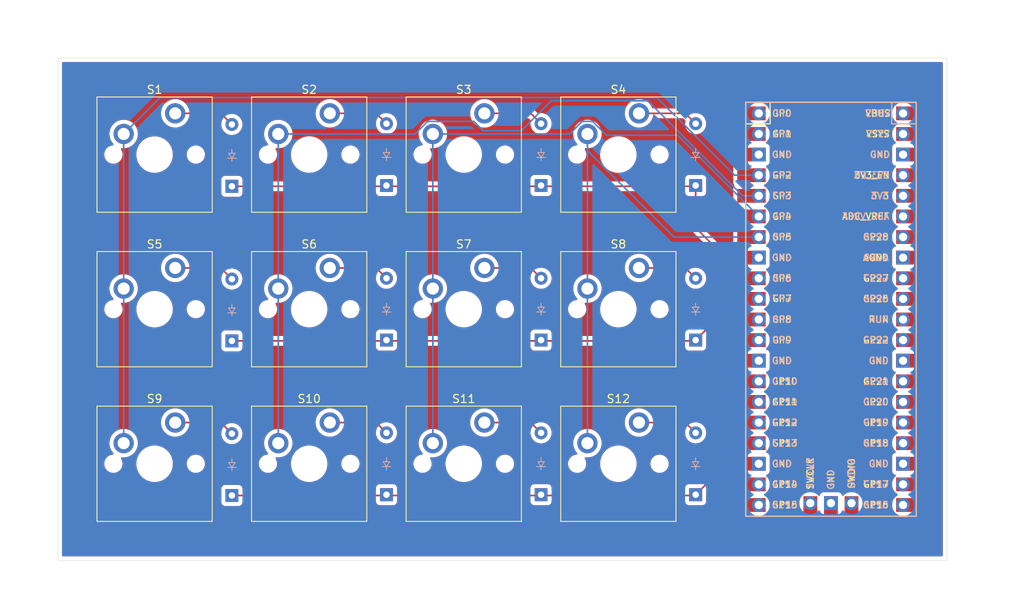
<source format=kicad_pcb>
(kicad_pcb (version 20240108) (generator "pcbnew") (generator_version "8.0")
  (layers (0 "F.Cu" signal) (31 "B.Cu" signal) (34 "B.Paste" user) (35 "F.Paste" user) (36 "B.SilkS" user "B.Silkscreen") (37 "F.SilkS" user "F.Silkscreen") (38 "B.Mask" user) (39 "F.Mask" user) (44 "Edge.Cuts" user))
  (net 0 "")
  (net 1 "Row 0")
  (net 2 "Net-(D1-A)")
  (net 3 "Net-(D2-A)")
  (net 4 "Net-(D3-A)")
  (net 5 "Net-(D4-A)")
  (net 6 "Row 1")
  (net 7 "Net-(D5-A)")
  (net 8 "Net-(D6-A)")
  (net 9 "Net-(D7-A)")
  (net 10 "Row 2")
  (net 11 "Net-(D8-A)")
  (net 12 "Net-(D9-A)")
  (net 13 "Col 0")
  (net 14 "Col 1")
  (net 15 "Col 2")
  (net 16 "Net-(D10-A)")
  (net 17 "Net-(D11-A)")
  (net 18 "Net-(D12-A)")
  (net 19 "Col 3")
  (footprint "ScottoKeebs_MX:MX_PCB_1.00u" (layer "F.Cu") (at 88.03 57)
    (property "Reference" "S1" (at 0 -8 0) (layer "F.SilkS"))
    (property "Value" "Keyswitch")
    (fp_line (start -7.1 -7.1) (end -7.1 7.1) (stroke (width 0.12)) (layer "F.SilkS"))
    (fp_line (start -7.1 7.1) (end 7.1 7.1) (stroke (width 0.12)) (layer "F.SilkS"))
    (fp_line (start 7.1 -7.1) (end -7.1 -7.1) (stroke (width 0.12)) (layer "F.SilkS"))
    (fp_line (start 7.1 7.1) (end 7.1 -7.1) (stroke (width 0.12)) (layer "F.SilkS"))
    (pad "" np_thru_hole circle (at -5.08 0) (size 1.75 1.75) (drill 1.75) (layers "*.Cu" "*.Mask"))
    (pad "" np_thru_hole circle (at 0 0) (size 4 4) (drill 4) (layers "*.Cu" "*.Mask"))
    (pad "" np_thru_hole circle (at 5.08 0) (size 1.75 1.75) (drill 1.75) (layers "*.Cu" "*.Mask"))
    (pad "1" thru_hole circle (at -3.81 -2.54) (size 2.5 2.5) (drill 1.5) (layers "*.Cu" "*.Mask") (net 13 "Col 0"))
    (pad "2" thru_hole circle (at 2.54 -5.08) (size 2.5 2.5) (drill 1.5) (layers "*.Cu" "*.Mask") (net 2 "Net-(D1-A)"))
  )
  (footprint "ScottoKeebs_MX:MX_PCB_1.00u" (layer "F.Cu") (at 145.18 95.1)
    (property "Reference" "S12" (at 0 -8 0) (layer "F.SilkS"))
    (property "Value" "Keyswitch")
    (fp_line (start -7.1 -7.1) (end -7.1 7.1) (stroke (width 0.12)) (layer "F.SilkS"))
    (fp_line (start -7.1 7.1) (end 7.1 7.1) (stroke (width 0.12)) (layer "F.SilkS"))
    (fp_line (start 7.1 -7.1) (end -7.1 -7.1) (stroke (width 0.12)) (layer "F.SilkS"))
    (fp_line (start 7.1 7.1) (end 7.1 -7.1) (stroke (width 0.12)) (layer "F.SilkS"))
    (pad "" np_thru_hole circle (at -5.08 0) (size 1.75 1.75) (drill 1.75) (layers "*.Cu" "*.Mask"))
    (pad "" np_thru_hole circle (at 0 0) (size 4 4) (drill 4) (layers "*.Cu" "*.Mask"))
    (pad "" np_thru_hole circle (at 5.08 0) (size 1.75 1.75) (drill 1.75) (layers "*.Cu" "*.Mask"))
    (pad "1" thru_hole circle (at -3.81 -2.54) (size 2.5 2.5) (drill 1.5) (layers "*.Cu" "*.Mask") (net 19 "Col 3"))
    (pad "2" thru_hole circle (at 2.54 -5.08) (size 2.5 2.5) (drill 1.5) (layers "*.Cu" "*.Mask") (net 18 "Net-(D12-A)"))
  )
  (footprint "ScottoKeebs_MCU:Raspberry_Pi_Pico" (layer "F.Cu") (at 171.37375 76.05)
    (property "Reference" "U3" (hide yes))
    (property "Value" "Raspberry_Pi_Pico" (hide yes))
    (fp_line (start -10.5 -25.5) (end -10.5 25.5) (stroke (width 0.15)) (layer "B.SilkS"))
    (fp_line (start -10.5 25.5) (end 10.5 25.5) (stroke (width 0.15)) (layer "B.SilkS"))
    (fp_line (start 7.493 -22.833) (end 7.493 -25.5) (stroke (width 0.15)) (layer "B.SilkS"))
    (fp_line (start 10.5 -25.5) (end -10.5 -25.5) (stroke (width 0.15)) (layer "B.SilkS"))
    (fp_line (start 10.5 -25.5) (end 10.5 25.5) (stroke (width 0.15)) (layer "B.SilkS"))
    (fp_line (start 10.5 -22.833) (end 7.493 -22.833) (stroke (width 0.15)) (layer "B.SilkS"))
    (fp_line (start -10.5 -25.5) (end -10.5 25.5) (stroke (width 0.15)) (layer "F.SilkS"))
    (fp_line (start -10.5 -25.5) (end 10.5 -25.5) (stroke (width 0.15)) (layer "F.SilkS"))
    (fp_line (start -10.5 -22.833) (end -7.493 -22.833) (stroke (width 0.15)) (layer "F.SilkS"))
    (fp_line (start -7.493 -22.833) (end -7.493 -25.5) (stroke (width 0.15)) (layer "F.SilkS"))
    (fp_line (start 10.5 -25.5) (end 10.5 25.5) (stroke (width 0.15)) (layer "F.SilkS"))
    (fp_line (start 10.5 25.5) (end -10.5 25.5) (stroke (width 0.15)) (layer "F.SilkS"))
    (fp_text user "GP19" (at 5.54 13.97 0) (layer "B.SilkS") (effects (font (size 0.8 0.8)) (justify mirror)))
    (fp_text user "GND" (at -6.04 -19.05 0) (layer "B.SilkS") (effects (font (size 0.8 0.8)) (justify mirror)))
    (fp_text user "GP15" (at -5.69 24.13 0) (layer "B.SilkS") (effects (font (size 0.8 0.8)) (justify mirror)))
    (fp_text user "ADC_VREF" (at 4.29 -11.43 0) (layer "B.SilkS") (effects (font (size 0.8 0.8)) (justify mirror)))
    (fp_text user "AGND" (at 5.54 -6.35 0) (layer "B.SilkS") (effects (font (size 0.8 0.8)) (justify mirror)))
    (fp_text user "GP3" (at -6.04 -13.97 0) (layer "B.SilkS") (effects (font (size 0.8 0.8)) (justify mirror)))
    (fp_text user "GP20" (at 5.54 11.43 0) (layer "B.SilkS") (effects (font (size 0.8 0.8)) (justify mirror)))
    (fp_text user "GP4" (at -6.04 -11.43 0) (layer "B.SilkS") (effects (font (size 0.8 0.8)) (justify mirror)))
    (fp_text user "GND" (at -6.04 -6.35 0) (layer "B.SilkS") (effects (font (size 0.8 0.8)) (justify mirror)))
    (fp_text user "GP2" (at -6.04 -16.51 0) (layer "B.SilkS") (effects (font (size 0.8 0.8)) (justify mirror)))
    (fp_text user "VSYS" (at 5.79 -21.59 0) (layer "B.SilkS") (effects (font (size 0.8 0.8)) (justify mirror)))
    (fp_text user "GP5" (at -6.04 -8.89 0) (layer "B.SilkS") (effects (font (size 0.8 0.8)) (justify mirror)))
    (fp_text user "GP0" (at -6.04 -24.13 0) (layer "B.SilkS") (effects (font (size 0.8 0.8)) (justify mirror)))
    (fp_text user "GND" (at -6.04 19.05 0) (layer "B.SilkS") (effects (font (size 0.8 0.8)) (justify mirror)))
    (fp_text user "3V3_EN" (at 5.04 -16.51 0) (layer "B.SilkS") (effects (font (size 0.8 0.8)) (justify mirror)))
    (fp_text user "GND" (at -6.04 6.35 0) (layer "B.SilkS") (effects (font (size 0.8 0.8)) (justify mirror)))
    (fp_text user "GP21" (at 5.54 8.9 0) (layer "B.SilkS") (effects (font (size 0.8 0.8)) (justify mirror)))
    (fp_text user "3V3" (at 6.04 -13.97 0) (layer "B.SilkS") (effects (font (size 0.8 0.8)) (justify mirror)))
    (fp_text user "VBUS" (at 5.79 -24.13 0) (layer "B.SilkS") (effects (font (size 0.8 0.8)) (justify mirror)))
    (fp_text user "GP1" (at -6.04 -21.6 0) (layer "B.SilkS") (effects (font (size 0.8 0.8)) (justify mirror)))
    (fp_text user "GND" (at 5.89 19.05 0) (layer "B.SilkS") (effects (font (size 0.8 0.8)) (justify mirror)))
    (fp_text user "GP6" (at -6.04 -3.81 0) (layer "B.SilkS") (effects (font (size 0.8 0.8)) (justify mirror)))
    (fp_text user "GP11" (at -5.69 11.43 0) (layer "B.SilkS") (effects (font (size 0.8 0.8)) (justify mirror)))
    (fp_text user "GP8" (at -6.04 1.27 0) (layer "B.SilkS") (effects (font (size 0.8 0.8)) (justify mirror)))
    (fp_text user "GP7" (at -6.04 -1.3 0) (layer "B.SilkS") (effects (font (size 0.8 0.8)) (justify mirror)))
    (fp_text user "GP17" (at 5.54 21.59 0) (layer "B.SilkS") (effects (font (size 0.8 0.8)) (justify mirror)))
    (fp_text user "SWDIO" (at 2.54 20.25 -90) (layer "B.SilkS") (effects (font (size 0.8 0.8)) (justify mirror)))
    (fp_text user "GP26" (at 5.54 -1.27 0) (layer "B.SilkS") (effects (font (size 0.8 0.8)) (justify mirror)))
    (fp_text user "GP16" (at 5.54 24.13 0) (layer "B.SilkS") (effects (font (size 0.8 0.8)) (justify mirror)))
    (fp_text user "GND" (at 6.04 -19.05 0) (layer "B.SilkS") (effects (font (size 0.8 0.8)) (justify mirror)))
    (fp_text user "GND" (at 5.89 6.35 0) (layer "B.SilkS") (effects (font (size 0.8 0.8)) (justify mirror)))
    (fp_text user "SWCLK" (at -2.54 20.25 -90) (layer "B.SilkS") (effects (font (size 0.8 0.8)) (justify mirror)))
    (fp_text user "GP12" (at -5.69 13.97 0) (layer "B.SilkS") (effects (font (size 0.8 0.8)) (justify mirror)))
    (fp_text user "GP18" (at 5.54 16.51 0) (layer "B.SilkS") (effects (font (size 0.8 0.8)) (justify mirror)))
    (fp_text user "GP28" (at 5.54 -8.89 0) (layer "B.SilkS") (effects (font (size 0.8 0.8)) (justify mirror)))
    (fp_text user "GP10" (at -5.69 8.89 0) (layer "B.SilkS") (effects (font (size 0.8 0.8)) (justify mirror)))
    (fp_text user "GP14" (at -5.69 21.59 0) (layer "B.SilkS") (effects (font (size 0.8 0.8)) (justify mirror)))
    (fp_text user "GP22" (at 5.54 3.81 0) (layer "B.SilkS") (effects (font (size 0.8 0.8)) (justify mirror)))
    (fp_text user "GP13" (at -5.69 16.51 0) (layer "B.SilkS") (effects (font (size 0.8 0.8)) (justify mirror)))
    (fp_text user "RUN" (at 5.89 1.27 0) (layer "B.SilkS") (effects (font (size 0.8 0.8)) (justify mirror)))
    (fp_text user "GND" (at 0 21 -90) (layer "B.SilkS") (effects (font (size 0.8 0.8)) (justify mirror)))
    (fp_text user "GP9" (at -6.04 3.81 0) (layer "B.SilkS") (effects (font (size 0.8 0.8)) (justify mirror)))
    (fp_text user "GP27" (at 5.54 -3.8 0) (layer "B.SilkS") (effects (font (size 0.8 0.8)) (justify mirror)))
    (fp_text user "GP14" (at -5.69 21.59 0) (layer "F.SilkS") (effects (font (size 0.8 0.8))))
    (fp_text user "GND" (at -6.04 -6.35 0) (layer "F.SilkS") (effects (font (size 0.8 0.8))))
    (fp_text user "GP21" (at 5.54 8.9 0) (layer "F.SilkS") (effects (font (size 0.8 0.8))))
    (fp_text user "RUN" (at 5.89 1.27 0) (layer "F.SilkS") (effects (font (size 0.8 0.8))))
    (fp_text user "VSYS" (at 5.79 -21.59 0) (layer "F.SilkS") (effects (font (size 0.8 0.8))))
    (fp_text user "GND" (at 5.89 6.35 0) (layer "F.SilkS") (effects (font (size 0.8 0.8))))
    (fp_text user "GP16" (at 5.54 24.13 0) (layer "F.SilkS") (effects (font (size 0.8 0.8))))
    (fp_text user "GP10" (at -5.69 8.89 0) (layer "F.SilkS") (effects (font (size 0.8 0.8))))
    (fp_text user "SWDIO" (at 2.54 20.25 90) (layer "F.SilkS") (effects (font (size 0.8 0.8))))
    (fp_text user "GND" (at 5.89 19.05 0) (layer "F.SilkS") (effects (font (size 0.8 0.8))))
    (fp_text user "GP4" (at -6.04 -11.43 0) (layer "F.SilkS") (effects (font (size 0.8 0.8))))
    (fp_text user "GND" (at 0 21 90) (layer "F.SilkS") (effects (font (size 0.8 0.8))))
    (fp_text user "GP0" (at -6.04 -24.13 0) (layer "F.SilkS") (effects (font (size 0.8 0.8))))
    (fp_text user "VBUS" (at 5.79 -24.13 0) (layer "F.SilkS") (effects (font (size 0.8 0.8))))
    (fp_text user "GP8" (at -6.04 1.27 0) (layer "F.SilkS") (effects (font (size 0.8 0.8))))
    (fp_text user "GP22" (at 5.54 3.81 0) (layer "F.SilkS") (effects (font (size 0.8 0.8))))
    (fp_text user "GP18" (at 5.54 16.51 0) (layer "F.SilkS") (effects (font (size 0.8 0.8))))
    (fp_text user "ADC_VREF" (at 4.29 -11.43 0) (layer "F.SilkS") (effects (font (size 0.8 0.8))))
    (fp_text user "GP3" (at -6.04 -13.97 0) (layer "F.SilkS") (effects (font (size 0.8 0.8))))
    (fp_text user "GP11" (at -5.69 11.43 0) (layer "F.SilkS") (effects (font (size 0.8 0.8))))
    (fp_text user "3V3" (at 6.04 -13.97 0) (layer "F.SilkS") (effects (font (size 0.8 0.8))))
    (fp_text user "GND" (at -6.04 6.35 0) (layer "F.SilkS") (effects (font (size 0.8 0.8))))
    (fp_text user "GP28" (at 5.54 -8.89 0) (layer "F.SilkS") (effects (font (size 0.8 0.8))))
    (fp_text user "GP2" (at -6.04 -16.51 0) (layer "F.SilkS") (effects (font (size 0.8 0.8))))
    (fp_text user "GP13" (at -5.69 16.51 0) (layer "F.SilkS") (effects (font (size 0.8 0.8))))
    (fp_text user "GP7" (at -6.04 -1.3 0) (layer "F.SilkS") (effects (font (size 0.8 0.8))))
    (fp_text user "3V3_EN" (at 5.04 -16.51 0) (layer "F.SilkS") (effects (font (size 0.8 0.8))))
    (fp_text user "AGND" (at 5.54 -6.35 0) (layer "F.SilkS") (effects (font (size 0.8 0.8))))
    (fp_text user "GP17" (at 5.54 21.59 0) (layer "F.SilkS") (effects (font (size 0.8 0.8))))
    (fp_text user "GP27" (at 5.54 -3.8 0) (layer "F.SilkS") (effects (font (size 0.8 0.8))))
    (fp_text user "GND" (at -6.04 -19.05 0) (layer "F.SilkS") (effects (font (size 0.8 0.8))))
    (fp_text user "GP19" (at 5.54 13.97 0) (layer "F.SilkS") (effects (font (size 0.8 0.8))))
    (fp_text user "GP6" (at -6.04 -3.81 0) (layer "F.SilkS") (effects (font (size 0.8 0.8))))
    (fp_text user "GP15" (at -5.69 24.13 0) (layer "F.SilkS") (effects (font (size 0.8 0.8))))
    (fp_text user "GP20" (at 5.54 11.43 0) (layer "F.SilkS") (effects (font (size 0.8 0.8))))
    (fp_text user "GP1" (at -6.04 -21.6 0) (layer "F.SilkS") (effects (font (size 0.8 0.8))))
    (fp_text user "GP12" (at -5.69 13.97 0) (layer "F.SilkS") (effects (font (size 0.8 0.8))))
    (fp_text user "GP9" (at -6.04 3.81 0) (layer "F.SilkS") (effects (font (size 0.8 0.8))))
    (fp_text user "GP5" (at -6.04 -8.89 0) (layer "F.SilkS") (effects (font (size 0.8 0.8))))
    (fp_text user "GND" (at -6.04 19.05 0) (layer "F.SilkS") (effects (font (size 0.8 0.8))))
    (fp_text user "GND" (at 6.04 -19.05 0) (layer "F.SilkS") (effects (font (size 0.8 0.8))))
    (fp_text user "SWCLK" (at -2.54 20.25 90) (layer "F.SilkS") (effects (font (size 0.8 0.8))))
    (fp_text user "GP26" (at 5.54 -1.27 0) (layer "F.SilkS") (effects (font (size 0.8 0.8))))
    (pad "1" thru_hole oval (at -8.89 -24.13) (size 1.7 1.7) (drill 1.02) (layers "*.Cu" "*.Mask"))
    (pad "1" smd rect (at -8.89 -24.13) (size 3.5 1.7) (drill (offset -0.9 0)) (layers "F.Cu" "F.Mask"))
    (pad "2" thru_hole oval (at -8.89 -21.59) (size 1.7 1.7) (drill 1.02) (layers "*.Cu" "*.Mask"))
    (pad "2" smd rect (at -8.89 -21.59) (size 3.5 1.7) (drill (offset -0.9 0)) (layers "F.Cu" "F.Mask"))
    (pad "3" thru_hole rect (at -8.89 -19.05) (size 1.7 1.7) (drill 1.02) (layers "*.Cu" "*.Mask"))
    (pad "3" smd rect (at -8.89 -19.05) (size 3.5 1.7) (drill (offset -0.9 0)) (layers "F.Cu" "F.Mask"))
    (pad "4" thru_hole oval (at -8.89 -16.51) (size 1.7 1.7) (drill 1.02) (layers "*.Cu" "*.Mask") (net 13 "Col 0"))
    (pad "4" smd rect (at -8.89 -16.51) (size 3.5 1.7) (drill (offset -0.9 0)) (layers "F.Cu" "F.Mask") (net 13 "Col 0"))
    (pad "5" thru_hole oval (at -8.89 -13.97) (size 1.7 1.7) (drill 1.02) (layers "*.Cu" "*.Mask") (net 14 "Col 1"))
    (pad "5" smd rect (at -8.89 -13.97) (size 3.5 1.7) (drill (offset -0.9 0)) (layers "F.Cu" "F.Mask") (net 14 "Col 1"))
    (pad "6" thru_hole oval (at -8.89 -11.43) (size 1.7 1.7) (drill 1.02) (layers "*.Cu" "*.Mask") (net 15 "Col 2"))
    (pad "6" smd rect (at -8.89 -11.43) (size 3.5 1.7) (drill (offset -0.9 0)) (layers "F.Cu" "F.Mask") (net 15 "Col 2"))
    (pad "7" thru_hole oval (at -8.89 -8.89) (size 1.7 1.7) (drill 1.02) (layers "*.Cu" "*.Mask") (net 19 "Col 3"))
    (pad "7" smd rect (at -8.89 -8.89) (size 3.5 1.7) (drill (offset -0.9 0)) (layers "F.Cu" "F.Mask") (net 19 "Col 3"))
    (pad "8" thru_hole rect (at -8.89 -6.35) (size 1.7 1.7) (drill 1.02) (layers "*.Cu" "*.Mask"))
    (pad "8" smd rect (at -8.89 -6.35) (size 3.5 1.7) (drill (offset -0.9 0)) (layers "F.Cu" "F.Mask"))
    (pad "9" thru_hole oval (at -8.89 -3.81) (size 1.7 1.7) (drill 1.02) (layers "*.Cu" "*.Mask") (net 1 "Row 0"))
    (pad "9" smd rect (at -8.89 -3.81) (size 3.5 1.7) (drill (offset -0.9 0)) (layers "F.Cu" "F.Mask") (net 1 "Row 0"))
    (pad "10" thru_hole oval (at -8.89 -1.27) (size 1.7 1.7) (drill 1.02) (layers "*.Cu" "*.Mask") (net 6 "Row 1"))
    (pad "10" smd rect (at -8.89 -1.27) (size 3.5 1.7) (drill (offset -0.9 0)) (layers "F.Cu" "F.Mask") (net 6 "Row 1"))
    (pad "11" thru_hole oval (at -8.89 1.27) (size 1.7 1.7) (drill 1.02) (layers "*.Cu" "*.Mask") (net 10 "Row 2"))
    (pad "11" smd rect (at -8.89 1.27) (size 3.5 1.7) (drill (offset -0.9 0)) (layers "F.Cu" "F.Mask") (net 10 "Row 2"))
    (pad "12" thru_hole oval (at -8.89 3.81) (size 1.7 1.7) (drill 1.02) (layers "*.Cu" "*.Mask"))
    (pad "12" smd rect (at -8.89 3.81) (size 3.5 1.7) (drill (offset -0.9 0)) (layers "F.Cu" "F.Mask"))
    (pad "13" thru_hole rect (at -8.89 6.35) (size 1.7 1.7) (drill 1.02) (layers "*.Cu" "*.Mask"))
    (pad "13" smd rect (at -8.89 6.35) (size 3.5 1.7) (drill (offset -0.9 0)) (layers "F.Cu" "F.Mask"))
    (pad "14" thru_hole oval (at -8.89 8.89) (size 1.7 1.7) (drill 1.02) (layers "*.Cu" "*.Mask"))
    (pad "14" smd rect (at -8.89 8.89) (size 3.5 1.7) (drill (offset -0.9 0)) (layers "F.Cu" "F.Mask"))
    (pad "15" thru_hole oval (at -8.89 11.43) (size 1.7 1.7) (drill 1.02) (layers "*.Cu" "*.Mask"))
    (pad "15" smd rect (at -8.89 11.43) (size 3.5 1.7) (drill (offset -0.9 0)) (layers "F.Cu" "F.Mask"))
    (pad "16" thru_hole oval (at -8.89 13.97) (size 1.7 1.7) (drill 1.02) (layers "*.Cu" "*.Mask"))
    (pad "16" smd rect (at -8.89 13.97) (size 3.5 1.7) (drill (offset -0.9 0)) (layers "F.Cu" "F.Mask"))
    (pad "17" thru_hole oval (at -8.89 16.51) (size 1.7 1.7) (drill 1.02) (layers "*.Cu" "*.Mask"))
    (pad "17" smd rect (at -8.89 16.51) (size 3.5 1.7) (drill (offset -0.9 0)) (layers "F.Cu" "F.Mask"))
    (pad "18" thru_hole rect (at -8.89 19.05) (size 1.7 1.7) (drill 1.02) (layers "*.Cu" "*.Mask"))
    (pad "18" smd rect (at -8.89 19.05) (size 3.5 1.7) (drill (offset -0.9 0)) (layers "F.Cu" "F.Mask"))
    (pad "19" thru_hole oval (at -8.89 21.59) (size 1.7 1.7) (drill 1.02) (layers "*.Cu" "*.Mask"))
    (pad "19" smd rect (at -8.89 21.59) (size 3.5 1.7) (drill (offset -0.9 0)) (layers "F.Cu" "F.Mask"))
    (pad "20" thru_hole oval (at -8.89 24.13) (size 1.7 1.7) (drill 1.02) (layers "*.Cu" "*.Mask"))
    (pad "20" smd rect (at -8.89 24.13) (size 3.5 1.7) (drill (offset -0.9 0)) (layers "F.Cu" "F.Mask"))
    (pad "21" thru_hole oval (at 8.89 24.13) (size 1.7 1.7) (drill 1.02) (layers "*.Cu" "*.Mask"))
    (pad "21" smd rect (at 8.89 24.13) (size 3.5 1.7) (drill (offset 0.9 0)) (layers "F.Cu" "F.Mask"))
    (pad "22" thru_hole oval (at 8.89 21.59) (size 1.7 1.7) (drill 1.02) (layers "*.Cu" "*.Mask"))
    (pad "22" smd rect (at 8.89 21.59) (size 3.5 1.7) (drill (offset 0.9 0)) (layers "F.Cu" "F.Mask"))
    (pad "23" thru_hole rect (at 8.89 19.05) (size 1.7 1.7) (drill 1.02) (layers "*.Cu" "*.Mask"))
    (pad "23" smd rect (at 8.89 19.05) (size 3.5 1.7) (drill (offset 0.9 0)) (layers "F.Cu" "F.Mask"))
    (pad "24" thru_hole oval (at 8.89 16.51) (size 1.7 1.7) (drill 1.02) (layers "*.Cu" "*.Mask"))
    (pad "24" smd rect (at 8.89 16.51) (size 3.5 1.7) (drill (offset 0.9 0)) (layers "F.Cu" "F.Mask"))
    (pad "25" thru_hole oval (at 8.89 13.97) (size 1.7 1.7) (drill 1.02) (layers "*.Cu" "*.Mask"))
    (pad "25" smd rect (at 8.89 13.97) (size 3.5 1.7) (drill (offset 0.9 0)) (layers "F.Cu" "F.Mask"))
    (pad "26" thru_hole oval (at 8.89 11.43) (size 1.7 1.7) (drill 1.02) (layers "*.Cu" "*.Mask"))
    (pad "26" smd rect (at 8.89 11.43) (size 3.5 1.7) (drill (offset 0.9 0)) (layers "F.Cu" "F.Mask"))
    (pad "27" thru_hole oval (at 8.89 8.89) (size 1.7 1.7) (drill 1.02) (layers "*.Cu" "*.Mask"))
    (pad "27" smd rect (at 8.89 8.89) (size 3.5 1.7) (drill (offset 0.9 0)) (layers "F.Cu" "F.Mask"))
    (pad "28" thru_hole rect (at 8.89 6.35) (size 1.7 1.7) (drill 1.02) (layers "*.Cu" "*.Mask"))
    (pad "28" smd rect (at 8.89 6.35) (size 3.5 1.7) (drill (offset 0.9 0)) (layers "F.Cu" "F.Mask"))
    (pad "29" thru_hole oval (at 8.89 3.81) (size 1.7 1.7) (drill 1.02) (layers "*.Cu" "*.Mask"))
    (pad "29" smd rect (at 8.89 3.81) (size 3.5 1.7) (drill (offset 0.9 0)) (layers "F.Cu" "F.Mask"))
    (pad "30" thru_hole oval (at 8.89 1.27) (size 1.7 1.7) (drill 1.02) (layers "*.Cu" "*.Mask"))
    (pad "30" smd rect (at 8.89 1.27) (size 3.5 1.7) (drill (offset 0.9 0)) (layers "F.Cu" "F.Mask"))
    (pad "31" thru_hole oval (at 8.89 -1.27) (size 1.7 1.7) (drill 1.02) (layers "*.Cu" "*.Mask"))
    (pad "31" smd rect (at 8.89 -1.27) (size 3.5 1.7) (drill (offset 0.9 0)) (layers "F.Cu" "F.Mask"))
    (pad "32" thru_hole oval (at 8.89 -3.81) (size 1.7 1.7) (drill 1.02) (layers "*.Cu" "*.Mask"))
    (pad "32" smd rect (at 8.89 -3.81) (size 3.5 1.7) (drill (offset 0.9 0)) (layers "F.Cu" "F.Mask"))
    (pad "33" thru_hole rect (at 8.89 -6.35) (size 1.7 1.7) (drill 1.02) (layers "*.Cu" "*.Mask"))
    (pad "33" smd rect (at 8.89 -6.35) (size 3.5 1.7) (drill (offset 0.9 0)) (layers "F.Cu" "F.Mask"))
    (pad "34" thru_hole oval (at 8.89 -8.89) (size 1.7 1.7) (drill 1.02) (layers "*.Cu" "*.Mask"))
    (pad "34" smd rect (at 8.89 -8.89) (size 3.5 1.7) (drill (offset 0.9 0)) (layers "F.Cu" "F.Mask"))
    (pad "35" thru_hole oval (at 8.89 -11.43) (size 1.7 1.7) (drill 1.02) (layers "*.Cu" "*.Mask"))
    (pad "35" smd rect (at 8.89 -11.43) (size 3.5 1.7) (drill (offset 0.9 0)) (layers "F.Cu" "F.Mask"))
    (pad "36" thru_hole oval (at 8.89 -13.97) (size 1.7 1.7) (drill 1.02) (layers "*.Cu" "*.Mask"))
    (pad "36" smd rect (at 8.89 -13.97) (size 3.5 1.7) (drill (offset 0.9 0)) (layers "F.Cu" "F.Mask"))
    (pad "37" thru_hole oval (at 8.89 -16.51) (size 1.7 1.7) (drill 1.02) (layers "*.Cu" "*.Mask"))
    (pad "37" smd rect (at 8.89 -16.51) (size 3.5 1.7) (drill (offset 0.9 0)) (layers "F.Cu" "F.Mask"))
    (pad "38" thru_hole rect (at 8.89 -19.05) (size 1.7 1.7) (drill 1.02) (layers "*.Cu" "*.Mask"))
    (pad "38" smd rect (at 8.89 -19.05) (size 3.5 1.7) (drill (offset 0.9 0)) (layers "F.Cu" "F.Mask"))
    (pad "39" thru_hole oval (at 8.89 -21.59) (size 1.7 1.7) (drill 1.02) (layers "*.Cu" "*.Mask"))
    (pad "39" smd rect (at 8.89 -21.59) (size 3.5 1.7) (drill (offset 0.9 0)) (layers "F.Cu" "F.Mask"))
    (pad "40" thru_hole oval (at 8.89 -24.13) (size 1.7 1.7) (drill 1.02) (layers "*.Cu" "*.Mask"))
    (pad "40" smd rect (at 8.89 -24.13) (size 3.5 1.7) (drill (offset 0.9 0)) (layers "F.Cu" "F.Mask"))
    (pad "41" thru_hole oval (at -2.54 23.9) (size 1.7 1.7) (drill 1.02) (layers "*.Cu" "*.Mask"))
    (pad "41" smd rect (at -2.54 23.9 90) (size 3.5 1.7) (drill (offset -0.9 0)) (layers "F.Cu" "F.Mask"))
    (pad "42" thru_hole rect (at 0 23.9) (size 1.7 1.7) (drill 1.02) (layers "*.Cu" "*.Mask"))
    (pad "42" smd rect (at 0 23.9 90) (size 3.5 1.7) (drill (offset -0.9 0)) (layers "F.Cu" "F.Mask"))
    (pad "43" thru_hole oval (at 2.54 23.9) (size 1.7 1.7) (drill 1.02) (layers "*.Cu" "*.Mask"))
    (pad "43" smd rect (at 2.54 23.9 90) (size 3.5 1.7) (drill (offset -0.9 0)) (layers "F.Cu" "F.Mask"))
  )
  (footprint "ScottoKeebs_MX:MX_PCB_1.00u" (layer "F.Cu") (at 107.08 76.05)
    (property "Reference" "S6" (at 0 -8 0) (layer "F.SilkS"))
    (property "Value" "Keyswitch")
    (fp_line (start -7.1 -7.1) (end -7.1 7.1) (stroke (width 0.12)) (layer "F.SilkS"))
    (fp_line (start -7.1 7.1) (end 7.1 7.1) (stroke (width 0.12)) (layer "F.SilkS"))
    (fp_line (start 7.1 -7.1) (end -7.1 -7.1) (stroke (width 0.12)) (layer "F.SilkS"))
    (fp_line (start 7.1 7.1) (end 7.1 -7.1) (stroke (width 0.12)) (layer "F.SilkS"))
    (pad "" np_thru_hole circle (at -5.08 0) (size 1.75 1.75) (drill 1.75) (layers "*.Cu" "*.Mask"))
    (pad "" np_thru_hole circle (at 0 0) (size 4 4) (drill 4) (layers "*.Cu" "*.Mask"))
    (pad "" np_thru_hole circle (at 5.08 0) (size 1.75 1.75) (drill 1.75) (layers "*.Cu" "*.Mask"))
    (pad "1" thru_hole circle (at -3.81 -2.54) (size 2.5 2.5) (drill 1.5) (layers "*.Cu" "*.Mask") (net 14 "Col 1"))
    (pad "2" thru_hole circle (at 2.54 -5.08) (size 2.5 2.5) (drill 1.5) (layers "*.Cu" "*.Mask") (net 8 "Net-(D6-A)"))
  )
  (footprint "ScottoKeebs_MX:MX_PCB_1.00u" (layer "F.Cu") (at 126.13 95.1)
    (property "Reference" "S11" (at 0 -8 0) (layer "F.SilkS"))
    (property "Value" "Keyswitch")
    (fp_line (start -7.1 -7.1) (end -7.1 7.1) (stroke (width 0.12)) (layer "F.SilkS"))
    (fp_line (start -7.1 7.1) (end 7.1 7.1) (stroke (width 0.12)) (layer "F.SilkS"))
    (fp_line (start 7.1 -7.1) (end -7.1 -7.1) (stroke (width 0.12)) (layer "F.SilkS"))
    (fp_line (start 7.1 7.1) (end 7.1 -7.1) (stroke (width 0.12)) (layer "F.SilkS"))
    (pad "" np_thru_hole circle (at -5.08 0) (size 1.75 1.75) (drill 1.75) (layers "*.Cu" "*.Mask"))
    (pad "" np_thru_hole circle (at 0 0) (size 4 4) (drill 4) (layers "*.Cu" "*.Mask"))
    (pad "" np_thru_hole circle (at 5.08 0) (size 1.75 1.75) (drill 1.75) (layers "*.Cu" "*.Mask"))
    (pad "1" thru_hole circle (at -3.81 -2.54) (size 2.5 2.5) (drill 1.5) (layers "*.Cu" "*.Mask") (net 15 "Col 2"))
    (pad "2" thru_hole circle (at 2.54 -5.08) (size 2.5 2.5) (drill 1.5) (layers "*.Cu" "*.Mask") (net 17 "Net-(D11-A)"))
  )
  (footprint "ScottoKeebs_MX:MX_PCB_1.00u" (layer "F.Cu") (at 88.03 76.05)
    (property "Reference" "S5" (at 0 -8 0) (layer "F.SilkS"))
    (property "Value" "Keyswitch")
    (fp_line (start -7.1 -7.1) (end -7.1 7.1) (stroke (width 0.12)) (layer "F.SilkS"))
    (fp_line (start -7.1 7.1) (end 7.1 7.1) (stroke (width 0.12)) (layer "F.SilkS"))
    (fp_line (start 7.1 -7.1) (end -7.1 -7.1) (stroke (width 0.12)) (layer "F.SilkS"))
    (fp_line (start 7.1 7.1) (end 7.1 -7.1) (stroke (width 0.12)) (layer "F.SilkS"))
    (pad "" np_thru_hole circle (at -5.08 0) (size 1.75 1.75) (drill 1.75) (layers "*.Cu" "*.Mask"))
    (pad "" np_thru_hole circle (at 0 0) (size 4 4) (drill 4) (layers "*.Cu" "*.Mask"))
    (pad "" np_thru_hole circle (at 5.08 0) (size 1.75 1.75) (drill 1.75) (layers "*.Cu" "*.Mask"))
    (pad "1" thru_hole circle (at -3.81 -2.54) (size 2.5 2.5) (drill 1.5) (layers "*.Cu" "*.Mask") (net 13 "Col 0"))
    (pad "2" thru_hole circle (at 2.54 -5.08) (size 2.5 2.5) (drill 1.5) (layers "*.Cu" "*.Mask") (net 7 "Net-(D5-A)"))
  )
  (footprint "ScottoKeebs_MX:MX_PCB_1.00u" (layer "F.Cu") (at 126.13 76.05)
    (property "Reference" "S7" (at 0 -8 0) (layer "F.SilkS"))
    (property "Value" "Keyswitch")
    (fp_line (start -7.1 -7.1) (end -7.1 7.1) (stroke (width 0.12)) (layer "F.SilkS"))
    (fp_line (start -7.1 7.1) (end 7.1 7.1) (stroke (width 0.12)) (layer "F.SilkS"))
    (fp_line (start 7.1 -7.1) (end -7.1 -7.1) (stroke (width 0.12)) (layer "F.SilkS"))
    (fp_line (start 7.1 7.1) (end 7.1 -7.1) (stroke (width 0.12)) (layer "F.SilkS"))
    (pad "" np_thru_hole circle (at -5.08 0) (size 1.75 1.75) (drill 1.75) (layers "*.Cu" "*.Mask"))
    (pad "" np_thru_hole circle (at 0 0) (size 4 4) (drill 4) (layers "*.Cu" "*.Mask"))
    (pad "" np_thru_hole circle (at 5.08 0) (size 1.75 1.75) (drill 1.75) (layers "*.Cu" "*.Mask"))
    (pad "1" thru_hole circle (at -3.81 -2.54) (size 2.5 2.5) (drill 1.5) (layers "*.Cu" "*.Mask") (net 15 "Col 2"))
    (pad "2" thru_hole circle (at 2.54 -5.08) (size 2.5 2.5) (drill 1.5) (layers "*.Cu" "*.Mask") (net 9 "Net-(D7-A)"))
  )
  (footprint "ScottoKeebs_MX:MX_PCB_1.00u" (layer "F.Cu") (at 126.13 57)
    (property "Reference" "S3" (at 0 -8 0) (layer "F.SilkS"))
    (property "Value" "Keyswitch")
    (fp_line (start -7.1 -7.1) (end -7.1 7.1) (stroke (width 0.12)) (layer "F.SilkS"))
    (fp_line (start -7.1 7.1) (end 7.1 7.1) (stroke (width 0.12)) (layer "F.SilkS"))
    (fp_line (start 7.1 -7.1) (end -7.1 -7.1) (stroke (width 0.12)) (layer "F.SilkS"))
    (fp_line (start 7.1 7.1) (end 7.1 -7.1) (stroke (width 0.12)) (layer "F.SilkS"))
    (pad "" np_thru_hole circle (at -5.08 0) (size 1.75 1.75) (drill 1.75) (layers "*.Cu" "*.Mask"))
    (pad "" np_thru_hole circle (at 0 0) (size 4 4) (drill 4) (layers "*.Cu" "*.Mask"))
    (pad "" np_thru_hole circle (at 5.08 0) (size 1.75 1.75) (drill 1.75) (layers "*.Cu" "*.Mask"))
    (pad "1" thru_hole circle (at -3.81 -2.54) (size 2.5 2.5) (drill 1.5) (layers "*.Cu" "*.Mask") (net 15 "Col 2"))
    (pad "2" thru_hole circle (at 2.54 -5.08) (size 2.5 2.5) (drill 1.5) (layers "*.Cu" "*.Mask") (net 4 "Net-(D3-A)"))
  )
  (footprint "ScottoKeebs_MX:MX_PCB_1.00u" (layer "F.Cu") (at 107.08 95.1)
    (property "Reference" "S10" (at 0 -8 0) (layer "F.SilkS"))
    (property "Value" "Keyswitch")
    (fp_line (start -7.1 -7.1) (end -7.1 7.1) (stroke (width 0.12)) (layer "F.SilkS"))
    (fp_line (start -7.1 7.1) (end 7.1 7.1) (stroke (width 0.12)) (layer "F.SilkS"))
    (fp_line (start 7.1 -7.1) (end -7.1 -7.1) (stroke (width 0.12)) (layer "F.SilkS"))
    (fp_line (start 7.1 7.1) (end 7.1 -7.1) (stroke (width 0.12)) (layer "F.SilkS"))
    (pad "" np_thru_hole circle (at -5.08 0) (size 1.75 1.75) (drill 1.75) (layers "*.Cu" "*.Mask"))
    (pad "" np_thru_hole circle (at 0 0) (size 4 4) (drill 4) (layers "*.Cu" "*.Mask"))
    (pad "" np_thru_hole circle (at 5.08 0) (size 1.75 1.75) (drill 1.75) (layers "*.Cu" "*.Mask"))
    (pad "1" thru_hole circle (at -3.81 -2.54) (size 2.5 2.5) (drill 1.5) (layers "*.Cu" "*.Mask") (net 14 "Col 1"))
    (pad "2" thru_hole circle (at 2.54 -5.08) (size 2.5 2.5) (drill 1.5) (layers "*.Cu" "*.Mask") (net 16 "Net-(D10-A)"))
  )
  (footprint "ScottoKeebs_MX:MX_PCB_1.00u" (layer "F.Cu") (at 145.18 57)
    (property "Reference" "S4" (at 0 -8 0) (layer "F.SilkS"))
    (property "Value" "Keyswitch")
    (fp_line (start -7.1 -7.1) (end -7.1 7.1) (stroke (width 0.12)) (layer "F.SilkS"))
    (fp_line (start -7.1 7.1) (end 7.1 7.1) (stroke (width 0.12)) (layer "F.SilkS"))
    (fp_line (start 7.1 -7.1) (end -7.1 -7.1) (stroke (width 0.12)) (layer "F.SilkS"))
    (fp_line (start 7.1 7.1) (end 7.1 -7.1) (stroke (width 0.12)) (layer "F.SilkS"))
    (pad "" np_thru_hole circle (at -5.08 0) (size 1.75 1.75) (drill 1.75) (layers "*.Cu" "*.Mask"))
    (pad "" np_thru_hole circle (at 0 0) (size 4 4) (drill 4) (layers "*.Cu" "*.Mask"))
    (pad "" np_thru_hole circle (at 5.08 0) (size 1.75 1.75) (drill 1.75) (layers "*.Cu" "*.Mask"))
    (pad "1" thru_hole circle (at -3.81 -2.54) (size 2.5 2.5) (drill 1.5) (layers "*.Cu" "*.Mask") (net 19 "Col 3"))
    (pad "2" thru_hole circle (at 2.54 -5.08) (size 2.5 2.5) (drill 1.5) (layers "*.Cu" "*.Mask") (net 5 "Net-(D4-A)"))
  )
  (footprint "ScottoKeebs_MX:MX_PCB_1.00u" (layer "F.Cu") (at 88.03 95.1)
    (property "Reference" "S9" (at 0 -8 0) (layer "F.SilkS"))
    (property "Value" "Keyswitch")
    (fp_line (start -7.1 -7.1) (end -7.1 7.1) (stroke (width 0.12)) (layer "F.SilkS"))
    (fp_line (start -7.1 7.1) (end 7.1 7.1) (stroke (width 0.12)) (layer "F.SilkS"))
    (fp_line (start 7.1 -7.1) (end -7.1 -7.1) (stroke (width 0.12)) (layer "F.SilkS"))
    (fp_line (start 7.1 7.1) (end 7.1 -7.1) (stroke (width 0.12)) (layer "F.SilkS"))
    (pad "" np_thru_hole circle (at -5.08 0) (size 1.75 1.75) (drill 1.75) (layers "*.Cu" "*.Mask"))
    (pad "" np_thru_hole circle (at 0 0) (size 4 4) (drill 4) (layers "*.Cu" "*.Mask"))
    (pad "" np_thru_hole circle (at 5.08 0) (size 1.75 1.75) (drill 1.75) (layers "*.Cu" "*.Mask"))
    (pad "1" thru_hole circle (at -3.81 -2.54) (size 2.5 2.5) (drill 1.5) (layers "*.Cu" "*.Mask") (net 13 "Col 0"))
    (pad "2" thru_hole circle (at 2.54 -5.08) (size 2.5 2.5) (drill 1.5) (layers "*.Cu" "*.Mask") (net 12 "Net-(D9-A)"))
  )
  (footprint "ScottoKeebs_MX:MX_PCB_1.00u" (layer "F.Cu") (at 145.18 76.05)
    (property "Reference" "S8" (at 0 -8 0) (layer "F.SilkS"))
    (property "Value" "Keyswitch")
    (fp_line (start -7.1 -7.1) (end -7.1 7.1) (stroke (width 0.12)) (layer "F.SilkS"))
    (fp_line (start -7.1 7.1) (end 7.1 7.1) (stroke (width 0.12)) (layer "F.SilkS"))
    (fp_line (start 7.1 -7.1) (end -7.1 -7.1) (stroke (width 0.12)) (layer "F.SilkS"))
    (fp_line (start 7.1 7.1) (end 7.1 -7.1) (stroke (width 0.12)) (layer "F.SilkS"))
    (pad "" np_thru_hole circle (at -5.08 0) (size 1.75 1.75) (drill 1.75) (layers "*.Cu" "*.Mask"))
    (pad "" np_thru_hole circle (at 0 0) (size 4 4) (drill 4) (layers "*.Cu" "*.Mask"))
    (pad "" np_thru_hole circle (at 5.08 0) (size 1.75 1.75) (drill 1.75) (layers "*.Cu" "*.Mask"))
    (pad "1" thru_hole circle (at -3.81 -2.54) (size 2.5 2.5) (drill 1.5) (layers "*.Cu" "*.Mask") (net 19 "Col 3"))
    (pad "2" thru_hole circle (at 2.54 -5.08) (size 2.5 2.5) (drill 1.5) (layers "*.Cu" "*.Mask") (net 11 "Net-(D8-A)"))
  )
  (footprint "ScottoKeebs_MX:MX_PCB_1.00u" (layer "F.Cu") (at 107.08 57)
    (property "Reference" "S2" (at 0 -8 0) (layer "F.SilkS"))
    (property "Value" "Keyswitch")
    (fp_line (start -7.1 -7.1) (end -7.1 7.1) (stroke (width 0.12)) (layer "F.SilkS"))
    (fp_line (start -7.1 7.1) (end 7.1 7.1) (stroke (width 0.12)) (layer "F.SilkS"))
    (fp_line (start 7.1 -7.1) (end -7.1 -7.1) (stroke (width 0.12)) (layer "F.SilkS"))
    (fp_line (start 7.1 7.1) (end 7.1 -7.1) (stroke (width 0.12)) (layer "F.SilkS"))
    (pad "" np_thru_hole circle (at -5.08 0) (size 1.75 1.75) (drill 1.75) (layers "*.Cu" "*.Mask"))
    (pad "" np_thru_hole circle (at 0 0) (size 4 4) (drill 4) (layers "*.Cu" "*.Mask"))
    (pad "" np_thru_hole circle (at 5.08 0) (size 1.75 1.75) (drill 1.75) (layers "*.Cu" "*.Mask"))
    (pad "1" thru_hole circle (at -3.81 -2.54) (size 2.5 2.5) (drill 1.5) (layers "*.Cu" "*.Mask") (net 14 "Col 1"))
    (pad "2" thru_hole circle (at 2.54 -5.08) (size 2.5 2.5) (drill 1.5) (layers "*.Cu" "*.Mask") (net 3 "Net-(D2-A)"))
  )
  (footprint "ScottoKeebs_Components:Diode_DO-35" (layer "B.Cu") (at 116.605 98.91 90)
    (property "Reference" "D10" (hide yes))
    (property "Value" "Diode" (hide yes))
    (fp_line (start 3.46 -0.55) (end 3.46 0.55) (stroke (width 0.1)) (layer "B.SilkS"))
    (fp_line (start 4.06 -0.4) (end 4.06 0.4) (stroke (width 0.1)) (layer "B.SilkS"))
    (fp_line (start 4.56 0) (end 4.06 0) (stroke (width 0.1)) (layer "B.SilkS"))
    (fp_line (start 3.46 0) (end 4.06 -0.4) (stroke (width 0.1)) (layer "B.SilkS"))
    (fp_line (start 3.46 0) (end 3.06 0) (stroke (width 0.1)) (layer "B.SilkS"))
    (fp_line (start 4.06 0.4) (end 3.46 0) (stroke (width 0.1)) (layer "B.SilkS"))
    (pad "1" thru_hole rect (at 0 0 90) (size 1.6 1.6) (drill 0.8) (layers "*.Cu" "*.Mask") (net 10 "Row 2"))
    (pad "2" thru_hole oval (at 7.62 0 90) (size 1.6 1.6) (drill 0.8) (layers "*.Cu" "*.Mask") (net 16 "Net-(D10-A)"))
  )
  (footprint "ScottoKeebs_Components:Diode_DO-35" (layer "B.Cu") (at 116.605 79.86 90)
    (property "Reference" "D6" (hide yes))
    (property "Value" "Diode" (hide yes))
    (fp_line (start 3.46 -0.55) (end 3.46 0.55) (stroke (width 0.1)) (layer "B.SilkS"))
    (fp_line (start 4.06 -0.4) (end 4.06 0.4) (stroke (width 0.1)) (layer "B.SilkS"))
    (fp_line (start 4.56 0) (end 4.06 0) (stroke (width 0.1)) (layer "B.SilkS"))
    (fp_line (start 3.46 0) (end 4.06 -0.4) (stroke (width 0.1)) (layer "B.SilkS"))
    (fp_line (start 3.46 0) (end 3.06 0) (stroke (width 0.1)) (layer "B.SilkS"))
    (fp_line (start 4.06 0.4) (end 3.46 0) (stroke (width 0.1)) (layer "B.SilkS"))
    (pad "1" thru_hole rect (at 0 0 90) (size 1.6 1.6) (drill 0.8) (layers "*.Cu" "*.Mask") (net 6 "Row 1"))
    (pad "2" thru_hole oval (at 7.62 0 90) (size 1.6 1.6) (drill 0.8) (layers "*.Cu" "*.Mask") (net 8 "Net-(D6-A)"))
  )
  (footprint "ScottoKeebs_Components:Diode_DO-35" (layer "B.Cu") (at 154.705 79.86 90)
    (property "Reference" "D8" (hide yes))
    (property "Value" "Diode" (hide yes))
    (fp_line (start 3.46 -0.55) (end 3.46 0.55) (stroke (width 0.1)) (layer "B.SilkS"))
    (fp_line (start 4.06 -0.4) (end 4.06 0.4) (stroke (width 0.1)) (layer "B.SilkS"))
    (fp_line (start 4.56 0) (end 4.06 0) (stroke (width 0.1)) (layer "B.SilkS"))
    (fp_line (start 3.46 0) (end 4.06 -0.4) (stroke (width 0.1)) (layer "B.SilkS"))
    (fp_line (start 3.46 0) (end 3.06 0) (stroke (width 0.1)) (layer "B.SilkS"))
    (fp_line (start 4.06 0.4) (end 3.46 0) (stroke (width 0.1)) (layer "B.SilkS"))
    (pad "1" thru_hole rect (at 0 0 90) (size 1.6 1.6) (drill 0.8) (layers "*.Cu" "*.Mask") (net 6 "Row 1"))
    (pad "2" thru_hole oval (at 7.62 0 90) (size 1.6 1.6) (drill 0.8) (layers "*.Cu" "*.Mask") (net 11 "Net-(D8-A)"))
  )
  (footprint "ScottoKeebs_Components:Diode_DO-35" (layer "B.Cu") (at 135.655 79.86 90)
    (property "Reference" "D7" (hide yes))
    (property "Value" "Diode" (hide yes))
    (fp_line (start 3.46 -0.55) (end 3.46 0.55) (stroke (width 0.1)) (layer "B.SilkS"))
    (fp_line (start 4.06 -0.4) (end 4.06 0.4) (stroke (width 0.1)) (layer "B.SilkS"))
    (fp_line (start 4.56 0) (end 4.06 0) (stroke (width 0.1)) (layer "B.SilkS"))
    (fp_line (start 3.46 0) (end 4.06 -0.4) (stroke (width 0.1)) (layer "B.SilkS"))
    (fp_line (start 3.46 0) (end 3.06 0) (stroke (width 0.1)) (layer "B.SilkS"))
    (fp_line (start 4.06 0.4) (end 3.46 0) (stroke (width 0.1)) (layer "B.SilkS"))
    (pad "1" thru_hole rect (at 0 0 90) (size 1.6 1.6) (drill 0.8) (layers "*.Cu" "*.Mask") (net 6 "Row 1"))
    (pad "2" thru_hole oval (at 7.62 0 90) (size 1.6 1.6) (drill 0.8) (layers "*.Cu" "*.Mask") (net 9 "Net-(D7-A)"))
  )
  (footprint "ScottoKeebs_Components:Diode_DO-35" (layer "B.Cu") (at 135.655 60.81 90)
    (property "Reference" "D3" (hide yes))
    (property "Value" "Diode" (hide yes))
    (fp_line (start 3.46 -0.55) (end 3.46 0.55) (stroke (width 0.1)) (layer "B.SilkS"))
    (fp_line (start 4.06 -0.4) (end 4.06 0.4) (stroke (width 0.1)) (layer "B.SilkS"))
    (fp_line (start 4.56 0) (end 4.06 0) (stroke (width 0.1)) (layer "B.SilkS"))
    (fp_line (start 3.46 0) (end 4.06 -0.4) (stroke (width 0.1)) (layer "B.SilkS"))
    (fp_line (start 3.46 0) (end 3.06 0) (stroke (width 0.1)) (layer "B.SilkS"))
    (fp_line (start 4.06 0.4) (end 3.46 0) (stroke (width 0.1)) (layer "B.SilkS"))
    (pad "1" thru_hole rect (at 0 0 90) (size 1.6 1.6) (drill 0.8) (layers "*.Cu" "*.Mask") (net 1 "Row 0"))
    (pad "2" thru_hole oval (at 7.62 0 90) (size 1.6 1.6) (drill 0.8) (layers "*.Cu" "*.Mask") (net 4 "Net-(D3-A)"))
  )
  (footprint "ScottoKeebs_Components:Diode_DO-35" (layer "B.Cu") (at 154.705 60.81 90)
    (property "Reference" "D4" (hide yes))
    (property "Value" "Diode" (hide yes))
    (fp_line (start 3.46 -0.55) (end 3.46 0.55) (stroke (width 0.1)) (layer "B.SilkS"))
    (fp_line (start 4.06 -0.4) (end 4.06 0.4) (stroke (width 0.1)) (layer "B.SilkS"))
    (fp_line (start 4.56 0) (end 4.06 0) (stroke (width 0.1)) (layer "B.SilkS"))
    (fp_line (start 3.46 0) (end 4.06 -0.4) (stroke (width 0.1)) (layer "B.SilkS"))
    (fp_line (start 3.46 0) (end 3.06 0) (stroke (width 0.1)) (layer "B.SilkS"))
    (fp_line (start 4.06 0.4) (end 3.46 0) (stroke (width 0.1)) (layer "B.SilkS"))
    (pad "1" thru_hole rect (at 0 0 90) (size 1.6 1.6) (drill 0.8) (layers "*.Cu" "*.Mask") (net 1 "Row 0"))
    (pad "2" thru_hole oval (at 7.62 0 90) (size 1.6 1.6) (drill 0.8) (layers "*.Cu" "*.Mask") (net 5 "Net-(D4-A)"))
  )
  (footprint "ScottoKeebs_Components:Diode_DO-35" (layer "B.Cu") (at 97.555 79.9575 90)
    (property "Reference" "D5" (hide yes))
    (property "Value" "Diode" (hide yes))
    (fp_line (start 3.46 -0.55) (end 3.46 0.55) (stroke (width 0.1)) (layer "B.SilkS"))
    (fp_line (start 4.06 -0.4) (end 4.06 0.4) (stroke (width 0.1)) (layer "B.SilkS"))
    (fp_line (start 4.56 0) (end 4.06 0) (stroke (width 0.1)) (layer "B.SilkS"))
    (fp_line (start 3.46 0) (end 4.06 -0.4) (stroke (width 0.1)) (layer "B.SilkS"))
    (fp_line (start 3.46 0) (end 3.06 0) (stroke (width 0.1)) (layer "B.SilkS"))
    (fp_line (start 4.06 0.4) (end 3.46 0) (stroke (width 0.1)) (layer "B.SilkS"))
    (pad "1" thru_hole rect (at 0 0 90) (size 1.6 1.6) (drill 0.8) (layers "*.Cu" "*.Mask") (net 6 "Row 1"))
    (pad "2" thru_hole oval (at 7.62 0 90) (size 1.6 1.6) (drill 0.8) (layers "*.Cu" "*.Mask") (net 7 "Net-(D5-A)"))
  )
  (footprint "ScottoKeebs_Components:Diode_DO-35" (layer "B.Cu") (at 97.555 99.0075 90)
    (property "Reference" "D9" (hide yes))
    (property "Value" "Diode" (hide yes))
    (fp_line (start 3.46 -0.55) (end 3.46 0.55) (stroke (width 0.1)) (layer "B.SilkS"))
    (fp_line (start 4.06 -0.4) (end 4.06 0.4) (stroke (width 0.1)) (layer "B.SilkS"))
    (fp_line (start 4.56 0) (end 4.06 0) (stroke (width 0.1)) (layer "B.SilkS"))
    (fp_line (start 3.46 0) (end 4.06 -0.4) (stroke (width 0.1)) (layer "B.SilkS"))
    (fp_line (start 3.46 0) (end 3.06 0) (stroke (width 0.1)) (layer "B.SilkS"))
    (fp_line (start 4.06 0.4) (end 3.46 0) (stroke (width 0.1)) (layer "B.SilkS"))
    (pad "1" thru_hole rect (at 0 0 90) (size 1.6 1.6) (drill 0.8) (layers "*.Cu" "*.Mask") (net 10 "Row 2"))
    (pad "2" thru_hole oval (at 7.62 0 90) (size 1.6 1.6) (drill 0.8) (layers "*.Cu" "*.Mask") (net 12 "Net-(D9-A)"))
  )
  (footprint "ScottoKeebs_Components:Diode_DO-35" (layer "B.Cu") (at 116.605 60.81 90)
    (property "Reference" "D2" (hide yes))
    (property "Value" "Diode" (hide yes))
    (fp_line (start 3.46 -0.55) (end 3.46 0.55) (stroke (width 0.1)) (layer "B.SilkS"))
    (fp_line (start 4.06 -0.4) (end 4.06 0.4) (stroke (width 0.1)) (layer "B.SilkS"))
    (fp_line (start 4.56 0) (end 4.06 0) (stroke (width 0.1)) (layer "B.SilkS"))
    (fp_line (start 3.46 0) (end 4.06 -0.4) (stroke (width 0.1)) (layer "B.SilkS"))
    (fp_line (start 3.46 0) (end 3.06 0) (stroke (width 0.1)) (layer "B.SilkS"))
    (fp_line (start 4.06 0.4) (end 3.46 0) (stroke (width 0.1)) (layer "B.SilkS"))
    (pad "1" thru_hole rect (at 0 0 90) (size 1.6 1.6) (drill 0.8) (layers "*.Cu" "*.Mask") (net 1 "Row 0"))
    (pad "2" thru_hole oval (at 7.62 0 90) (size 1.6 1.6) (drill 0.8) (layers "*.Cu" "*.Mask") (net 3 "Net-(D2-A)"))
  )
  (footprint "ScottoKeebs_Components:Diode_DO-35" (layer "B.Cu") (at 154.705 98.91 90)
    (property "Reference" "D12" (hide yes))
    (property "Value" "Diode" (hide yes))
    (fp_line (start 3.46 -0.55) (end 3.46 0.55) (stroke (width 0.1)) (layer "B.SilkS"))
    (fp_line (start 4.06 -0.4) (end 4.06 0.4) (stroke (width 0.1)) (layer "B.SilkS"))
    (fp_line (start 4.56 0) (end 4.06 0) (stroke (width 0.1)) (layer "B.SilkS"))
    (fp_line (start 3.46 0) (end 4.06 -0.4) (stroke (width 0.1)) (layer "B.SilkS"))
    (fp_line (start 3.46 0) (end 3.06 0) (stroke (width 0.1)) (layer "B.SilkS"))
    (fp_line (start 4.06 0.4) (end 3.46 0) (stroke (width 0.1)) (layer "B.SilkS"))
    (pad "1" thru_hole rect (at 0 0 90) (size 1.6 1.6) (drill 0.8) (layers "*.Cu" "*.Mask") (net 10 "Row 2"))
    (pad "2" thru_hole oval (at 7.62 0 90) (size 1.6 1.6) (drill 0.8) (layers "*.Cu" "*.Mask") (net 18 "Net-(D12-A)"))
  )
  (footprint "ScottoKeebs_Components:Diode_DO-35" (layer "B.Cu") (at 135.655 98.91 90)
    (property "Reference" "D11" (hide yes))
    (property "Value" "Diode" (hide yes))
    (fp_line (start 3.46 -0.55) (end 3.46 0.55) (stroke (width 0.1)) (layer "B.SilkS"))
    (fp_line (start 4.06 -0.4) (end 4.06 0.4) (stroke (width 0.1)) (layer "B.SilkS"))
    (fp_line (start 4.56 0) (end 4.06 0) (stroke (width 0.1)) (layer "B.SilkS"))
    (fp_line (start 3.46 0) (end 4.06 -0.4) (stroke (width 0.1)) (layer "B.SilkS"))
    (fp_line (start 3.46 0) (end 3.06 0) (stroke (width 0.1)) (layer "B.SilkS"))
    (fp_line (start 4.06 0.4) (end 3.46 0) (stroke (width 0.1)) (layer "B.SilkS"))
    (pad "1" thru_hole rect (at 0 0 90) (size 1.6 1.6) (drill 0.8) (layers "*.Cu" "*.Mask") (net 10 "Row 2"))
    (pad "2" thru_hole oval (at 7.62 0 90) (size 1.6 1.6) (drill 0.8) (layers "*.Cu" "*.Mask") (net 17 "Net-(D11-A)"))
  )
  (footprint "ScottoKeebs_Components:Diode_DO-35" (layer "B.Cu") (at 97.555 60.9075 90)
    (property "Reference" "D1" (hide yes))
    (property "Value" "Diode" (hide yes))
    (fp_line (start 3.46 -0.55) (end 3.46 0.55) (stroke (width 0.1)) (layer "B.SilkS"))
    (fp_line (start 4.06 -0.4) (end 4.06 0.4) (stroke (width 0.1)) (layer "B.SilkS"))
    (fp_line (start 4.56 0) (end 4.06 0) (stroke (width 0.1)) (layer "B.SilkS"))
    (fp_line (start 3.46 0) (end 4.06 -0.4) (stroke (width 0.1)) (layer "B.SilkS"))
    (fp_line (start 3.46 0) (end 3.06 0) (stroke (width 0.1)) (layer "B.SilkS"))
    (fp_line (start 4.06 0.4) (end 3.46 0) (stroke (width 0.1)) (layer "B.SilkS"))
    (pad "1" thru_hole rect (at 0 0 90) (size 1.6 1.6) (drill 0.8) (layers "*.Cu" "*.Mask") (net 1 "Row 0"))
    (pad "2" thru_hole oval (at 7.62 0 90) (size 1.6 1.6) (drill 0.8) (layers "*.Cu" "*.Mask") (net 2 "Net-(D1-A)"))
  )
  (gr_rect (start 76.12375 45.09375) (end 185.66125 107.00625) (stroke (width 0.05)) (fill none) (layer "Edge.Cuts"))
  (segment (start 97.555 60.9075) (end 154.6075 60.9075) (width 0.2) (layer "F.Cu") (net 1))
  (segment (start 154.6075 60.9075) (end 154.705 60.81) (width 0.2) (layer "F.Cu") (net 1))
  (segment (start 154.705 66.02125) (end 160.92375 72.24) (width 0.2) (layer "F.Cu") (net 1))
  (segment (start 154.705 60.81) (end 154.705 66.02125) (width 0.2) (layer "F.Cu") (net 1))
  (segment (start 160.92375 72.24) (end 162.48375 72.24) (width 0.2) (layer "F.Cu") (net 1))
  (segment (start 90.57 51.92) (end 96.1875 51.92) (width 0.2) (layer "F.Cu") (net 2))
  (segment (start 96.1875 51.92) (end 97.555 53.2875) (width 0.2) (layer "F.Cu") (net 2))
  (segment (start 115.335 51.92) (end 116.605 53.19) (width 0.2) (layer "F.Cu") (net 3))
  (segment (start 109.62 51.92) (end 115.335 51.92) (width 0.2) (layer "F.Cu") (net 3))
  (segment (start 128.67 51.92) (end 134.385 51.92) (width 0.2) (layer "F.Cu") (net 4))
  (segment (start 134.385 51.92) (end 135.655 53.19) (width 0.2) (layer "F.Cu") (net 4))
  (segment (start 147.72 51.92) (end 153.435 51.92) (width 0.2) (layer "F.Cu") (net 5))
  (segment (start 153.435 51.92) (end 154.705 53.19) (width 0.2) (layer "F.Cu") (net 5))
  (segment (start 154.6075 79.9575) (end 154.705 79.86) (width 0.2) (layer "F.Cu") (net 6))
  (segment (start 159.785 74.78) (end 162.48375 74.78) (width 0.2) (layer "F.Cu") (net 6))
  (segment (start 97.555 79.9575) (end 154.6075 79.9575) (width 0.2) (layer "F.Cu") (net 6))
  (segment (start 154.705 79.86) (end 159.785 74.78) (width 0.2) (layer "F.Cu") (net 6))
  (segment (start 96.1875 70.97) (end 97.555 72.3375) (width 0.2) (layer "F.Cu") (net 7))
  (segment (start 90.57 70.97) (end 96.1875 70.97) (width 0.2) (layer "F.Cu") (net 7))
  (segment (start 115.335 70.97) (end 116.605 72.24) (width 0.2) (layer "F.Cu") (net 8))
  (segment (start 109.62 70.97) (end 115.335 70.97) (width 0.2) (layer "F.Cu") (net 8))
  (segment (start 128.67 70.97) (end 134.385 70.97) (width 0.2) (layer "F.Cu") (net 9))
  (segment (start 134.385 70.97) (end 135.655 72.24) (width 0.2) (layer "F.Cu") (net 9))
  (segment (start 159.53375 78.71) (end 160.92375 77.32) (width 0.2) (layer "F.Cu") (net 10))
  (segment (start 154.705 98.91) (end 159.53375 94.08125) (width 0.2) (layer "F.Cu") (net 10))
  (segment (start 154.6075 99.0075) (end 154.705 98.91) (width 0.2) (layer "F.Cu") (net 10))
  (segment (start 97.555 99.0075) (end 154.6075 99.0075) (width 0.2) (layer "F.Cu") (net 10))
  (segment (start 160.92375 77.32) (end 162.48375 77.32) (width 0.2) (layer "F.Cu") (net 10))
  (segment (start 159.53375 94.08125) (end 159.53375 78.71) (width 0.2) (layer "F.Cu") (net 10))
  (segment (start 153.435 70.97) (end 154.705 72.24) (width 0.2) (layer "F.Cu") (net 11))
  (segment (start 147.72 70.97) (end 153.435 70.97) (width 0.2) (layer "F.Cu") (net 11))
  (segment (start 90.57 90.02) (end 96.1875 90.02) (width 0.2) (layer "F.Cu") (net 12))
  (segment (start 96.1875 90.02) (end 97.555 91.3875) (width 0.2) (layer "F.Cu") (net 12))
  (segment (start 84.22 54.46) (end 88.71 49.97) (width 0.2) (layer "B.Cu") (net 13))
  (segment (start 149.929365 49.97) (end 159.499365 59.54) (width 0.2) (layer "B.Cu") (net 13))
  (segment (start 159.499365 59.54) (end 162.48375 59.54) (width 0.2) (layer "B.Cu") (net 13))
  (segment (start 84.22 54.46) (end 84.22 92.56) (width 0.2) (layer "B.Cu") (net 13))
  (segment (start 88.71 49.97) (end 149.929365 49.97) (width 0.2) (layer "B.Cu") (net 13))
  (segment (start 127.36125 52.91) (end 128.51125 54.06) (width 0.2) (layer "B.Cu") (net 14))
  (segment (start 121.677968 52.91) (end 127.36125 52.91) (width 0.2) (layer "B.Cu") (net 14))
  (segment (start 133.229365 54.06) (end 136.919365 50.37) (width 0.2) (layer "B.Cu") (net 14))
  (segment (start 128.51125 54.06) (end 133.229365 54.06) (width 0.2) (layer "B.Cu") (net 14))
  (segment (start 120.127968 54.46) (end 121.677968 52.91) (width 0.2) (layer "B.Cu") (net 14))
  (segment (start 148.799436 50.37) (end 160.509436 62.08) (width 0.2) (layer "B.Cu") (net 14))
  (segment (start 103.27 54.46) (end 120.127968 54.46) (width 0.2) (layer "B.Cu") (net 14))
  (segment (start 136.919365 50.37) (end 148.799436 50.37) (width 0.2) (layer "B.Cu") (net 14))
  (segment (start 103.27 54.46) (end 103.27 92.56) (width 0.2) (layer "B.Cu") (net 14))
  (segment (start 160.509436 62.08) (end 162.48375 62.08) (width 0.2) (layer "B.Cu") (net 14))
  (segment (start 143.720782 54.61875) (end 152.4825 54.61875) (width 0.2) (layer "B.Cu") (net 15))
  (segment (start 122.32 54.46) (end 122.32 92.56) (width 0.2) (layer "B.Cu") (net 15))
  (segment (start 122.32 54.46) (end 139.177968 54.46) (width 0.2) (layer "B.Cu") (net 15))
  (segment (start 140.727968 52.91) (end 142.012032 52.91) (width 0.2) (layer "B.Cu") (net 15))
  (segment (start 152.4825 54.61875) (end 162.48375 64.62) (width 0.2) (layer "B.Cu") (net 15))
  (segment (start 142.012032 52.91) (end 143.720782 54.61875) (width 0.2) (layer "B.Cu") (net 15))
  (segment (start 139.177968 54.46) (end 140.727968 52.91) (width 0.2) (layer "B.Cu") (net 15))
  (segment (start 109.62 90.02) (end 115.335 90.02) (width 0.2) (layer "F.Cu") (net 16))
  (segment (start 115.335 90.02) (end 116.605 91.29) (width 0.2) (layer "F.Cu") (net 16))
  (segment (start 128.67 90.02) (end 134.385 90.02) (width 0.2) (layer "F.Cu") (net 17))
  (segment (start 134.385 90.02) (end 135.655 91.29) (width 0.2) (layer "F.Cu") (net 17))
  (segment (start 153.435 90.02) (end 154.705 91.29) (width 0.2) (layer "F.Cu") (net 18))
  (segment (start 147.72 90.02) (end 153.435 90.02) (width 0.2) (layer "F.Cu") (net 18))
  (segment (start 141.37 54.46) (end 141.37 56.513402) (width 0.2) (layer "B.Cu") (net 19))
  (segment (start 152.016598 67.16) (end 162.48375 67.16) (width 0.2) (layer "B.Cu") (net 19))
  (segment (start 141.37 54.46) (end 141.37 92.56) (width 0.2) (layer "B.Cu") (net 19))
  (segment (start 141.37 56.513402) (end 152.016598 67.16) (width 0.2) (layer "B.Cu") (net 19))
  (zone (net 0) (net_name "") (layers "F&B.Cu") (connect_pads (clearance 0.5)) (min_thickness 0.25) (fill yes (thermal_gap 0.5) (thermal_bridge_width 0.5) (island_removal_mode 1) (island_area_min 10))
    (polygon (pts (xy 68.98 37.95) (xy 68.98 111.76875) (xy 195.18625 111.76875) (xy 195.18625 37.95)))
  )
)
</source>
